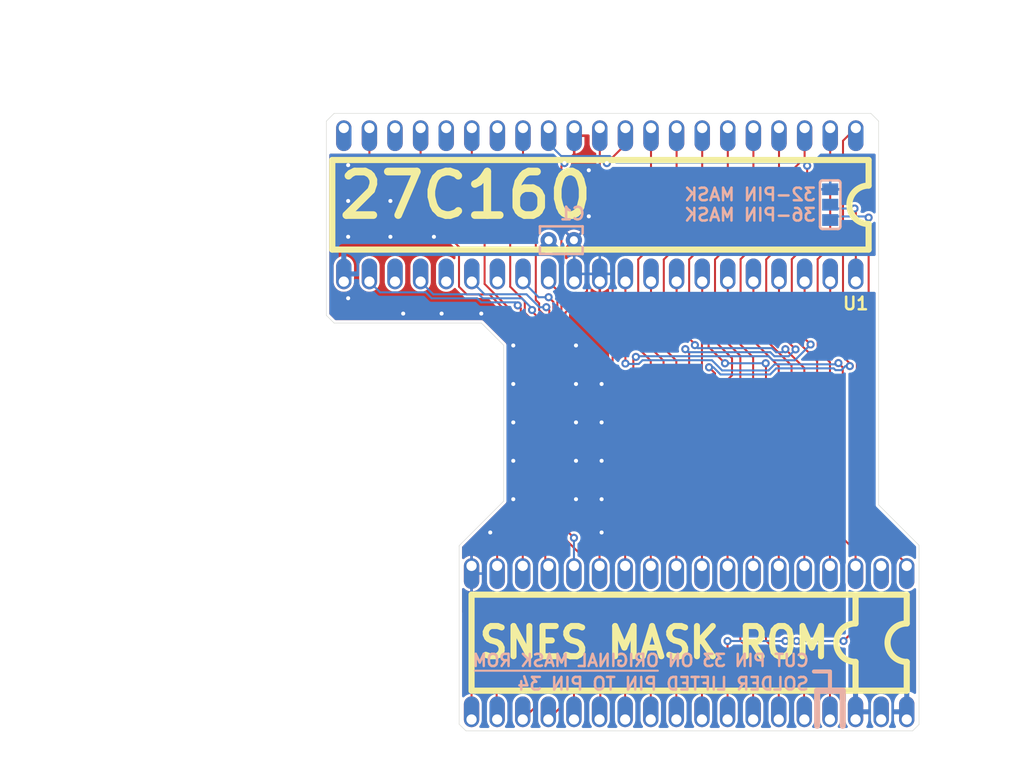
<source format=kicad_pcb>
(kicad_pcb (version 20240108) (generator "pcbnew") (generator_version "8.0")
  (layers (0 "F.Cu" signal) (31 "B.Cu" signal) (34 "B.Paste" user) (35 "F.Paste" user) (36 "B.SilkS" user "B.Silkscreen") (37 "F.SilkS" user "F.Silkscreen") (38 "B.Mask" user) (39 "F.Mask" user) (44 "Edge.Cuts" user))
  (net 0 "")
  (net 1 "VCC")
  (net 2 "GND")
  (net 3 "/~{OE}")
  (net 4 "Net-(JP1-C)")
  (net 5 "/A_{17}")
  (net 6 "/A_{15}")
  (net 7 "/A_{14}")
  (net 8 "/A_{19}")
  (net 9 "/D_{6}")
  (net 10 "/D_{2}")
  (net 11 "/A_{8}")
  (net 12 "unconnected-(P1-A21-Pad2)")
  (net 13 "/~{CE}")
  (net 14 "/D_{1}")
  (net 15 "/A_{3}")
  (net 16 "/A_{7}")
  (net 17 "/A_{5}")
  (net 18 "/D_{4}")
  (net 19 "/D_{0}")
  (net 20 "/A_{20}")
  (net 21 "/A_{6}")
  (net 22 "/A_{12}")
  (net 23 "/D_{3}")
  (net 24 "/A_{0}")
  (net 25 "/A_{10}")
  (net 26 "/A_{18}")
  (net 27 "/A_{4}")
  (net 28 "/A_{11}")
  (net 29 "/A_{16}")
  (net 31 "/A_{1}")
  (net 32 "/D_{5}")
  (net 33 "/A_{2}")
  (net 34 "/A_{9}")
  (net 35 "/A_{13}")
  (net 36 "/D_{7}")
  (footprint "Bucketmouse:PDIP_42_Offset_Pads" (layer "F.Cu") (at 162.3822 82.55)
    (property "Reference" "U1" (at 22.7076 11.7983 0) (layer "F.SilkS") (effects (font (size 1.25 1.25) (thickness 0.25) (bold yes)) (justify left bottom)))
    (property "Value" "27C160")
    (pad "1" thru_hole oval (at 24.13 -6.35 270) (size 3.048 1.524) (drill 1.016 (offset 0.762 0)) (layers "*.Cu" "*.Mask") (net 8 "/A_{19}"))
    (pad "2" thru_hole oval (at 21.59 -6.35 270) (size 3.048 1.524) (drill 1.016 (offset 0.762 0)) (layers "*.Cu" "*.Mask") (net 26 "/A_{18}"))
    (pad "3" thru_hole oval (at 19.05 -6.35 270) (size 3.048 1.524) (drill 1.016 (offset 0.762 0)) (layers "*.Cu" "*.Mask") (net 11 "/A_{8}"))
    (pad "4" thru_hole oval (at 16.51 -6.35 270) (size 3.048 1.524) (drill 1.016 (offset 0.762 0)) (layers "*.Cu" "*.Mask") (net 16 "/A_{7}"))
    (pad "5" thru_hole oval (at 13.97 -6.35 270) (size 3.048 1.524) (drill 1.016 (offset 0.762 0)) (layers "*.Cu" "*.Mask") (net 21 "/A_{6}"))
    (pad "6" thru_hole oval (at 11.43 -6.35 270) (size 3.048 1.524) (drill 1.016 (offset 0.762 0)) (layers "*.Cu" "*.Mask") (net 17 "/A_{5}"))
    (pad "7" thru_hole oval (at 8.89 -6.35 270) (size 3.048 1.524) (drill 1.016 (offset 0.762 0)) (layers "*.Cu" "*.Mask") (net 27 "/A_{4}"))
    (pad "8" thru_hole oval (at 6.35 -6.35 270) (size 3.048 1.524) (drill 1.016 (offset 0.762 0)) (layers "*.Cu" "*.Mask") (net 15 "/A_{3}"))
    (pad "9" thru_hole oval (at 3.81 -6.35 270) (size 3.048 1.524) (drill 1.016 (offset 0.762 0)) (layers "*.Cu" "*.Mask") (net 33 "/A_{2}"))
    (pad "10" thru_hole oval (at 1.27 -6.35 270) (size 3.048 1.524) (drill 1.016 (offset 0.762 0)) (layers "*.Cu" "*.Mask") (net 31 "/A_{1}"))
    (pad "11" thru_hole oval (at -1.27 -6.35 270) (size 3.048 1.524) (drill 1.016 (offset 0.762 0)) (layers "*.Cu" "*.Mask") (net 13 "/~{CE}"))
    (pad "12" thru_hole oval (at -3.81 -6.35 270) (size 3.048 1.524) (drill 1.016 (offset 0.762 0)) (layers "*.Cu" "*.Mask") (net 2 "GND"))
    (pad "13" thru_hole oval (at -6.35 -6.35 270) (size 3.048 1.524) (drill 1.016 (offset 0.762 0)) (layers "*.Cu" "*.Mask") (net 3 "/~{OE}"))
    (pad "14" thru_hole oval (at -8.89 -6.35 270) (size 3.048 1.524) (drill 1.016 (offset 0.762 0)) (layers "*.Cu" "*.Mask") (net 19 "/D_{0}"))
    (pad "15" thru_hole oval (at -11.43 -6.35 270) (size 3.048 1.524) (drill 1.016 (offset 0.762 0)) (layers "*.Cu" "*.Mask"))
    (pad "16" thru_hole oval (at -13.97 -6.35 270) (size 3.048 1.524) (drill 1.016 (offset 0.762 0)) (layers "*.Cu" "*.Mask") (net 14 "/D_{1}"))
    (pad "17" thru_hole oval (at -16.51 -6.35 270) (size 3.048 1.524) (drill 1.016 (offset 0.762 0)) (layers "*.Cu" "*.Mask"))
    (pad "18" thru_hole oval (at -19.05 -6.35 270) (size 3.048 1.524) (drill 1.016 (offset 0.762 0)) (layers "*.Cu" "*.Mask") (net 10 "/D_{2}"))
    (pad "19" thru_hole oval (at -21.59 -6.35 270) (size 3.048 1.524) (drill 1.016 (offset 0.762 0)) (layers "*.Cu" "*.Mask"))
    (pad "20" thru_hole oval (at -24.13 -6.35 270) (size 3.048 1.524) (drill 1.016 (offset 0.762 0)) (layers "*.Cu" "*.Mask") (net 23 "/D_{3}"))
    (pad "21" thru_hole oval (at -26.67 -6.35 270) (size 3.048 1.524) (drill 1.016 (offset 0.762 0)) (layers "*.Cu" "*.Mask"))
    (pad "22" thru_hole oval (at -26.67 8.89 90) (size 3.048 1.524) (drill 1.016 (offset 0.762 0)) (layers "*.Cu" "*.Mask") (net 1 "VCC"))
    (pad "23" thru_hole oval (at -24.13 8.89 90) (size 3.048 1.524) (drill 1.016 (offset 0.762 0)) (layers "*.Cu" "*.Mask") (net 18 "/D_{4}"))
    (pad "24" thru_hole oval (at -21.59 8.89 90) (size 3.048 1.524) (drill 1.016 (offset 0.762 0)) (layers "*.Cu" "*.Mask"))
    (pad "25" thru_hole oval (at -19.05 8.89 90) (size 3.048 1.524) (drill 1.016 (offset 0.762 0)) (layers "*.Cu" "*.Mask") (net 32 "/D_{5}"))
    (pad "26" thru_hole oval (at -16.51 8.89 90) (size 3.048 1.524) (drill 1.016 (offset 0.762 0)) (layers "*.Cu" "*.Mask"))
    (pad "27" thru_hole oval (at -13.97 8.89 90) (size 3.048 1.524) (drill 1.016 (offset 0.762 0)) (layers "*.Cu" "*.Mask") (net 9 "/D_{6}"))
    (pad "28" thru_hole oval (at -11.43 8.89 90) (size 3.048 1.524) (drill 1.016 (offset 0.762 0)) (layers "*.Cu" "*.Mask"))
    (pad "29" thru_hole oval (at -8.89 8.89 90) (size 3.048 1.524) (drill 1.016 (offset 0.762 0)) (layers "*.Cu" "*.Mask") (net 36 "/D_{7}"))
    (pad "30" thru_hole oval (at -6.35 8.89 90) (size 3.048 1.524) (drill 1.016 (offset 0.762 0)) (layers "*.Cu" "*.Mask") (net 24 "/A_{0}"))
    (pad "31" thru_hole oval (at -3.81 8.89 90) (size 3.048 1.524) (drill 1.016 (offset 0.762 0)) (layers "*.Cu" "*.Mask") (net 2 "GND"))
    (pad "32" thru_hole oval (at -1.27 8.89 90) (size 3.048 1.524) (drill 1.016 (offset 0.762 0)) (layers "*.Cu" "*.Mask") (net 2 "GND"))
    (pad "33" thru_hole oval (at 1.27 8.89 90) (size 3.048 1.524) (drill 1.016 (offset 0.762 0)) (layers "*.Cu" "*.Mask") (net 5 "/A_{17}"))
    (pad "34" thru_hole oval (at 3.81 8.89 90) (size 3.048 1.524) (drill 1.016 (offset 0.762 0)) (layers "*.Cu" "*.Mask") (net 29 "/A_{16}"))
    (pad "35" thru_hole oval (at 6.35 8.89 90) (size 3.048 1.524) (drill 1.016 (offset 0.762 0)) (layers "*.Cu" "*.Mask") (net 6 "/A_{15}"))
    (pad "36" thru_hole oval (at 8.89 8.89 90) (size 3.048 1.524) (drill 1.016 (offset 0.762 0)) (layers "*.Cu" "*.Mask") (net 7 "/A_{14}"))
    (pad "37" thru_hole oval (at 11.43 8.89 90) (size 3.048 1.524) (drill 1.016 (offset 0.762 0)) (layers "*.Cu" "*.Mask") (net 35 "/A_{13}"))
    (pad "38" thru_hole oval (at 13.97 8.89 90) (size 3.048 1.524) (drill 1.016 (offset 0.762 0)) (layers "*.Cu" "*.Mask") (net 22 "/A_{12}"))
    (pad "39" thru_hole oval (at 16.51 8.89 90) (size 3.048 1.524) (drill 1.016 (offset 0.762 0)) (layers "*.Cu" "*.Mask") (net 28 "/A_{11}"))
    (pad "40" thru_hole oval (at 19.05 8.89 90) (size 3.048 1.524) (drill 1.016 (offset 0.762 0)) (layers "*.Cu" "*.Mask") (net 25 "/A_{10}"))
    (pad "41" thru_hole oval (at 21.59 8.89 90) (size 3.048 1.524) (drill 1.016 (offset 0.762 0)) (layers "*.Cu" "*.Mask") (net 34 "/A_{9}"))
    (pad "42" thru_hole oval (at 24.13 8.89 90) (size 3.048 1.524) (drill 1.016 (offset 0.762 0)) (layers "*.Cu" "*.Mask") (net 4 "Net-(JP1-C)"))
  )
  (footprint "Bucketmouse:36-PDIP" (layer "F.Cu") (at 169.9768 127.2667)
    (property "Reference" "P1" (hide yes))
    (property "Value" "29F016")
    (pad "1" thru_hole oval (at 21.59 -7.62 270) (size 3.048 1.524) (drill 1.016 (offset 0.762 0)) (layers "*.Cu" "*.Mask") (net 20 "/A_{20}"))
    (pad "2" thru_hole oval (at 19.05 -7.62 270) (size 3.048 1.524) (drill 1.016 (offset 0.762 0)) (layers "*.Cu" "*.Mask") (net 12 "unconnected-(P1-A21-Pad2)"))
    (pad "3" thru_hole oval (at 16.51 -7.62 270) (size 3.048 1.524) (drill 1.016 (offset 0.762 0)) (layers "*.Cu" "*.Mask") (net 5 "/A_{17}"))
    (pad "4" thru_hole oval (at 13.97 -7.62 270) (size 3.048 1.524) (drill 1.016 (offset 0.762 0)) (layers "*.Cu" "*.Mask") (net 26 "/A_{18}"))
    (pad "5" thru_hole oval (at 11.43 -7.62 270) (size 3.048 1.524) (drill 1.016 (offset 0.762 0)) (layers "*.Cu" "*.Mask") (net 6 "/A_{15}"))
    (pad "6" thru_hole oval (at 8.89 -7.62 270) (size 3.048 1.524) (drill 1.016 (offset 0.762 0)) (layers "*.Cu" "*.Mask") (net 22 "/A_{12}"))
    (pad "7" thru_hole oval (at 6.35 -7.62 270) (size 3.048 1.524) (drill 1.016 (offset 0.762 0)) (layers "*.Cu" "*.Mask") (net 16 "/A_{7}"))
    (pad "8" thru_hole oval (at 3.81 -7.62 270) (size 3.048 1.524) (drill 1.016 (offset 0.762 0)) (layers "*.Cu" "*.Mask") (net 21 "/A_{6}"))
    (pad "9" thru_hole oval (at 1.27 -7.62 270) (size 3.048 1.524) (drill 1.016 (offset 0.762 0)) (layers "*.Cu" "*.Mask") (net 17 "/A_{5}"))
    (pad "10" thru_hole oval (at -1.27 -7.62 270) (size 3.048 1.524) (drill 1.016 (offset 0.762 0)) (layers "*.Cu" "*.Mask") (net 27 "/A_{4}"))
    (pad "11" thru_hole oval (at -3.81 -7.62 270) (size 3.048 1.524) (drill 1.016 (offset 0.762 0)) (layers "*.Cu" "*.Mask") (net 15 "/A_{3}"))
    (pad "12" thru_hole oval (at -6.35 -7.62 270) (size 3.048 1.524) (drill 1.016 (offset 0.762 0)) (layers "*.Cu" "*.Mask") (net 33 "/A_{2}"))
    (pad "13" thru_hole oval (at -8.89 -7.62 270) (size 3.048 1.524) (drill 1.016 (offset 0.762 0)) (layers "*.Cu" "*.Mask") (net 31 "/A_{1}"))
    (pad "14" thru_hole oval (at -11.43 -7.62 270) (size 3.048 1.524) (drill 1.016 (offset 0.762 0)) (layers "*.Cu" "*.Mask") (net 24 "/A_{0}"))
    (pad "15" thru_hole oval (at -13.97 -7.62 270) (size 3.048 1.524) (drill 1.016 (offset 0.762 0)) (layers "*.Cu" "*.Mask") (net 19 "/D_{0}"))
    (pad "16" thru_hole oval (at -16.51 -7.62 270) (size 3.048 1.524) (drill 1.016 (offset 0.762 0)) (layers "*.Cu" "*.Mask") (net 14 "/D_{1}"))
    (pad "17" thru_hole oval (at -19.05 -7.62 270) (size 3.048 1.524) (drill 1.016 (offset 0.762 0)) (layers "*.Cu" "*.Mask") (net 10 "/D_{2}"))
    (pad "18" thru_hole oval (at -21.59 -7.62 270) (size 3.048 1.524) (drill 1.016 (offset 0.762 0)) (layers "*.Cu" "*.Mask") (net 2 "GND"))
    (pad "19" thru_hole oval (at -21.59 7.62 90) (size 3.048 1.524) (drill 1.016 (offset 0.762 0)) (layers "*.Cu" "*.Mask") (net 23 "/D_{3}"))
    (pad "20" thru_hole oval (at -19.05 7.62 90) (size 3.048 1.524) (drill 1.016 (offset 0.762 0)) (layers "*.Cu" "*.Mask") (net 18 "/D_{4}"))
    (pad "21" thru_hole oval (at -16.51 7.62 90) (size 3.048 1.524) (drill 1.016 (offset 0.762 0)) (layers "*.Cu" "*.Mask") (net 32 "/D_{5}"))
    (pad "22" thru_hole oval (at -13.97 7.62 90) (size 3.048 1.524) (drill 1.016 (offset 0.762 0)) (layers "*.Cu" "*.Mask") (net 9 "/D_{6}"))
    (pad "23" thru_hole oval (at -11.43 7.62 90) (size 3.048 1.524) (drill 1.016 (offset 0.762 0)) (layers "*.Cu" "*.Mask") (net 36 "/D_{7}"))
    (pad "24" thru_hole oval (at -8.89 7.62 90) (size 3.048 1.524) (drill 1.016 (offset 0.762 0)) (layers "*.Cu" "*.Mask") (net 13 "/~{CE}"))
    (pad "25" thru_hole oval (at -6.35 7.62 90) (size 3.048 1.524) (drill 1.016 (offset 0.762 0)) (layers "*.Cu" "*.Mask") (net 25 "/A_{10}"))
    (pad "26" thru_hole oval (at -3.81 7.62 90) (size 3.048 1.524) (drill 1.016 (offset 0.762 0)) (layers "*.Cu" "*.Mask") (net 29 "/A_{16}"))
    (pad "27" thru_hole oval (at -1.27 7.62 90) (size 3.048 1.524) (drill 1.016 (offset 0.762 0)) (layers "*.Cu" "*.Mask") (net 28 "/A_{11}"))
    (pad "28" thru_hole oval (at 1.27 7.62 90) (size 3.048 1.524) (drill 1.016 (offset 0.762 0)) (layers "*.Cu" "*.Mask") (net 34 "/A_{9}"))
    (pad "29" thru_hole oval (at 3.81 7.62 90) (size 3.048 1.524) (drill 1.016 (offset 0.762 0)) (layers "*.Cu" "*.Mask") (net 11 "/A_{8}"))
    (pad "30" thru_hole oval (at 6.35 7.62 90) (size 3.048 1.524) (drill 1.016 (offset 0.762 0)) (layers "*.Cu" "*.Mask") (net 35 "/A_{13}"))
    (pad "31" thru_hole oval (at 8.89 7.62 90) (size 3.048 1.524) (drill 1.016 (offset 0.762 0)) (layers "*.Cu" "*.Mask") (net 7 "/A_{14}"))
    (pad "32" thru_hole oval (at 11.43 7.62 90) (size 3.048 1.524) (drill 1.016 (offset 0.762 0)) (layers "*.Cu" "*.Mask") (net 8 "/A_{19}"))
    (pad "33" thru_hole oval (at 13.97 7.62 90) (size 3.048 1.524) (drill 1.016 (offset 0.762 0)) (layers "*.Cu" "*.Mask") (net 3 "/~{OE}"))
    (pad "34" thru_hole oval (at 16.51 7.62 90) (size 3.048 1.524) (drill 1.016 (offset 0.762 0)) (layers "*.Cu" "*.Mask") (net 1 "VCC"))
    (pad "35" thru_hole oval (at 19.05 7.62 90) (size 3.048 1.524) (drill 1.016 (offset 0.762 0)) (layers "*.Cu" "*.Mask"))
    (pad "36" thru_hole oval (at 21.59 7.62 90) (size 3.048 1.524) (drill 1.016 (offset 0.762 0)) (layers "*.Cu" "*.Mask") (net 1 "VCC"))
  )
  (footprint "Bucketmouse:SJ_2" (layer "B.Cu") (at 183.9722 83.8073 -90)
    (property "Reference" "JP1" (hide yes))
    (property "Value" "Jumper_3_Open")
    (pad "1" smd rect (at -1.524 0 270) (size 1.1684 1.6002) (layers "B.Cu" "B.Paste" "B.Mask") (net 2 "GND"))
    (pad "2" smd rect (at 0 0 270) (size 1.1684 1.6002) (layers "B.Cu" "B.Paste" "B.Mask") (net 4 "Net-(JP1-C)"))
    (pad "3" smd rect (at 1.524 0 270) (size 1.1684 1.6002) (layers "B.Cu" "B.Paste" "B.Mask") (net 20 "/A_{20}"))
  )
  (footprint "Bucketmouse:C_THT" (layer "B.Cu") (at 156.0404 87.3283)
    (property "Reference" "C1" (at 2.354 -2.632 0) (layer "B.SilkS") (effects (font (size 1.25 1.25) (thickness 0.25) (bold yes)) (justify mirror)))
    (property "Value" "C" (hide yes))
    (pad "1" thru_hole circle (at 0 0) (size 1.6 1.6) (drill 0.8) (layers "*.Cu" "*.Mask") (net 1 "VCC"))
    (pad "2" thru_hole circle (at 2.5 0) (size 1.6 1.6) (drill 0.8) (layers "*.Cu" "*.Mask") (net 2 "GND"))
  )
  (gr_line (start 183.9468 132.0292) (end 182.6768 132.0292) (stroke (width 0.6096)) (layer "B.SilkS"))
  (gr_line (start 183.9468 130.1242) (end 183.9468 132.0292) (stroke (width 0.4064)) (layer "B.SilkS"))
  (gr_line (start 148.717 130.048) (end 166.878 130.048) (stroke (width 0.2)) (layer "B.SilkS"))
  (gr_line (start 185.2168 135.509) (end 185.2168 132.0292) (stroke (width 0.6096)) (layer "B.SilkS"))
  (gr_line (start 182.6768 132.0292) (end 182.6768 135.509) (stroke (width 0.6096)) (layer "B.SilkS"))
  (gr_line (start 185.2168 132.0292) (end 183.9468 132.0292) (stroke (width 0.6096)) (layer "B.SilkS"))
  (gr_line (start 182.3593 130.1242) (end 183.9468 130.1242) (stroke (width 0.4064)) (layer "B.SilkS"))
  (gr_line (start 148.3868 132.0292) (end 191.5668 132.0292) (stroke (width 0.6096)) (layer "F.SilkS"))
  (gr_line (start 148.3868 122.5042) (end 191.5668 122.5042) (stroke (width 0.6096)) (layer "F.SilkS"))
  (gr_arc (start 186.4868 129.1717) (mid 184.5818 127.2667) (end 186.4868 125.3617) (stroke (width 0.6096)) (layer "F.SilkS"))
  (gr_line (start 186.4868 122.5042) (end 186.4868 125.3617) (stroke (width 0.6096)) (layer "F.SilkS"))
  (gr_line (start 186.4868 129.1717) (end 186.4868 132.0292) (stroke (width 0.6096)) (layer "F.SilkS"))
  (gr_line (start 191.5668 122.5042) (end 191.5668 125.3617) (stroke (width 0.6096)) (layer "F.SilkS"))
  (gr_arc (start 191.5668 129.1717) (mid 189.6618 127.2667) (end 191.5668 125.3617) (stroke (width 0.6096)) (layer "F.SilkS"))
  (gr_line (start 148.3868 122.5042) (end 148.3868 132.0292) (stroke (width 0.6096)) (layer "F.SilkS"))
  (gr_line (start 191.5668 129.1717) (end 191.5668 132.0292) (stroke (width 0.6096)) (layer "F.SilkS"))
  (gr_line (start 147.154735 117.716461) (end 147.154735 135.3566) (stroke (width 0.05)) (layer "Edge.Cuts"))
  (gr_line (start 147.828 136.017) (end 192.151 136.017) (stroke (width 0.05)) (layer "Edge.Cuts"))
  (gr_line (start 192.786 117.602) (end 188.7728 113.5888) (stroke (width 0.05)) (layer "Edge.Cuts"))
  (gr_line (start 188.7728 75.5396) (end 188.7728 75.5142) (stroke (width 0.05)) (layer "Edge.Cuts"))
  (gr_line (start 188.0108 74.7522) (end 188.7728 75.5142) (stroke (width 0.05)) (layer "Edge.Cuts"))
  (gr_line (start 133.985 75.5142) (end 133.985 94.7928) (stroke (width 0.05)) (layer "Edge.Cuts"))
  (gr_line (start 133.985 75.5142) (end 134.747 74.7522) (stroke (width 0.05)) (layer "Edge.Cuts"))
  (gr_line (start 134.747 74.7522) (end 188.0108 74.7522) (stroke (width 0.05)) (layer "Edge.Cuts"))
  (gr_line (start 188.7728 113.5888) (end 188.7728 75.5396) (stroke (width 0.05)) (layer "Edge.Cuts"))
  (gr_line (start 147.154735 135.3566) (end 147.828 136.017) (stroke (width 0.05)) (layer "Edge.Cuts"))
  (gr_line (start 133.985 94.7928) (end 134.747 95.5548) (stroke (width 0.05)) (layer "Edge.Cuts"))
  (gr_line (start 151.5618 113.2332) (end 151.5618 97.7392) (stroke (width 0.05)) (layer "Edge.Cuts"))
  (gr_line (start 147.154735 117.640265) (end 151.5618 113.2332) (stroke (width 0.05)) (layer "Edge.Cuts"))
  (gr_line (start 151.5618 97.7392) (end 149.3647 95.5548) (stroke (width 0.05)) (layer "Edge.Cuts"))
  (gr_line (start 192.786 135.382) (end 192.786 117.602) (stroke (width 0.05)) (layer "Edge.Cuts"))
  (gr_line (start 192.151 136.017) (end 192.786 135.382) (stroke (width 0.05)) (layer "Edge.Cuts"))
  (gr_line (start 147.154735 117.640265) (end 147.154735 117.716461) (stroke (width 0.05)) (layer "Edge.Cuts"))
  (gr_line (start 149.3647 95.5548) (end 134.747 95.5548) (stroke (width 0.05)) (layer "Edge.Cuts"))
  (gr_text "32-PIN MASK\n36-PIN MASK" (at 176.022 83.8073 0) (layer "B.SilkS") (effects (font (size 1.25 1.25) (thickness 0.25) (bold yes)) (justify mirror)))
  (gr_text "CUT PIN 33 ON ORIGINAL MASK ROM\n" (at 181.991 129.032 0) (layer "B.SilkS") (effects (font (size 1.2 1.2) (thickness 0.25) (bold yes)) (justify left mirror)))
  (gr_text "SOLDER LIFTED PIN TO PIN 34" (at 181.991 132.08 0) (layer "B.SilkS") (effects (font (size 1.25 1.25) (thickness 0.25) (bold yes)) (justify left bottom mirror)))
  (gr_text "27C160" (at 134.8486 85.4075 0) (layer "F.SilkS") (effects (font (size 4.318 4.318) (thickness 0.762)) (justify left bottom)))
  (gr_text "SNES MASK ROM" (at 166.497 127.254 0) (layer "F.SilkS") (effects (font (size 3 2.75) (thickness 0.6) (bold yes))))
  (segment (start 186.4868 133.2992) (end 186.4868 134.8867) (width 0.5) (layer "B.Cu") (net 1))
  (segment (start 135.7122 91.44) (end 135.7122 90.8685) (width 0.2) (layer "B.Cu") (net 1))
  (segment (start 191.5668 133.35) (end 191.5668 134.8867) (width 0.5) (layer "B.Cu") (net 1))
  (segment (start 135.7122 90.678) (end 135.7122 91.44) (width 0.5) (layer "B.Cu") (net 1))
  (via (at 145.415 94.615) (size 0.8) (drill 0.4) (layers "F.Cu" "B.Cu") (net 2))
  (via (at 150.241 116.332) (size 0.8) (drill 0.4) (layers "F.Cu" "B.Cu") (net 2))
  (via (at 136.144 79.883) (size 0.8) (drill 0.4) (layers "F.Cu" "B.Cu") (net 2))
  (via (at 152.527 109.22) (size 0.8) (drill 0.4) (layers "F.Cu" "B.Cu") (net 2))
  (via (at 149.352 94.615) (size 0.8) (drill 0.4) (layers "F.Cu" "B.Cu") (net 2))
  (via (at 136.144 83.439) (size 0.8) (drill 0.4) (layers "F.Cu" "B.Cu") (net 2))
  (via (at 158.75 101.6) (size 0.8) (drill 0.4) (layers "F.Cu" "B.Cu") (net 2))
  (via (at 141.605 94.615) (size 0.8) (drill 0.4) (layers "F.Cu" "B.Cu") (net 2))
  (via (at 160.02 80.391) (size 0.8) (drill 0.4) (layers "F.Cu" "B.Cu") (net 2))
  (via (at 161.29 113.03) (size 0.8) (drill 0.4) (layers "F.Cu" "B.Cu") (net 2))
  (via (at 161.29 116.332) (size 0.8) (drill 0.4) (layers "F.Cu" "B.Cu") (net 2))
  (via (at 161.29 101.6) (size 0.8) (drill 0.4) (layers "F.Cu" "B.Cu") (net 2))
  (via (at 152.527 101.6) (size 0.8) (drill 0.4) (layers "F.Cu" "B.Cu") (net 2))
  (via (at 158.75 105.41) (size 0.8) (drill 0.4) (layers "F.Cu" "B.Cu") (net 2))
  (via (at 140.335 83.439) (size 0.8) (drill 0.4) (layers "F.Cu" "B.Cu") (net 2))
  (via (at 152.525769 97.7766) (size 0.8) (drill 0.4) (layers "F.Cu" "B.Cu") (net 2))
  (via (at 152.527 105.41) (size 0.8) (drill 0.4) (layers "F.Cu" "B.Cu") (net 2))
  (via (at 161.29 109.22) (size 0.8) (drill 0.4) (layers "F.Cu" "B.Cu") (net 2))
  (via (at 158.75 109.22) (size 0.8) (drill 0.4) (layers "F.Cu" "B.Cu") (net 2))
  (via (at 158.75 113.03) (size 0.8) (drill 0.4) (layers "F.Cu" "B.Cu") (net 2))
  (via (at 161.29 105.41) (size 0.8) (drill 0.4) (layers "F.Cu" "B.Cu") (net 2))
  (via (at 160.02 84.963) (size 0.8) (drill 0.4) (layers "F.Cu" "B.Cu") (net 2))
  (via (at 136.144 86.995) (size 0.8) (drill 0.4) (layers "F.Cu" "B.Cu") (net 2))
  (via (at 136.144 93.091) (size 0.8) (drill 0.4) (layers "F.Cu" "B.Cu") (net 2))
  (via (at 158.748769 97.7766) (size 0.8) (drill 0.4) (layers "F.Cu" "B.Cu") (net 2))
  (via (at 144.653 86.995) (size 0.8) (drill 0.4) (layers "F.Cu" "B.Cu") (net 2))
  (via (at 140.335 86.995) (size 0.8) (drill 0.4) (layers "F.Cu" "B.Cu") (net 2))
  (via (at 152.527 113.03) (size 0.8) (drill 0.4) (layers "F.Cu" "B.Cu") (net 2))
  (segment (start 180.1622 89.2175) (end 180.1622 96.80397) (width 0.2) (layer "F.Cu") (net 3))
  (segment (start 183.9468 128.2954) (end 183.9468 134.8867) (width 0.2) (layer "F.Cu") (net 3))
  (segment (start 182.6768 127.0254) (end 183.9468 128.2954) (width 0.2) (layer "F.Cu") (net 3))
  (segment (start 182.6768 99.31857) (end 182.6768 127.0254) (width 0.2) (layer "F.Cu") (net 3))
  (segment (start 181.6862 87.6935) (end 180.1622 89.2175) (width 0.2) (layer "F.Cu") (net 3))
  (segment (start 181.6862 79.9465) (end 181.6862 87.6935) (width 0.2) (layer "F.Cu") (net 3))
  (segment (start 180.1622 96.80397) (end 182.6768 99.31857) (width 0.2) (layer "F.Cu") (net 3))
  (via (at 181.6862 79.9465) (size 0.8) (drill 0.4) (layers "F.Cu" "B.Cu") (net 3))
  (segment (start 181.3687 79.629) (end 162.74985 79.629) (width 0.2) (layer "B.Cu") (net 3))
  (segment (start 162.10215 78.9813) (end 157.2768 78.9813) (width 0.2) (layer "B.Cu") (net 3))
  (segment (start 157.2768 78.9813) (end 156.0322 77.7367) (width 0.2) (layer "B.Cu") (net 3))
  (segment (start 181.6862 79.9465) (end 181.3687 79.629) (width 0.2) (layer "B.Cu") (net 3))
  (segment (start 162.74985 79.629) (end 162.10215 78.9813) (width 0.2) (layer "B.Cu") (net 3))
  (segment (start 156.0322 77.7367) (end 156.0322 76.2) (width 0.2) (layer "B.Cu") (net 3))
  (segment (start 186.5122 84.3153) (end 186.5122 91.44) (width 0.2) (layer "F.Cu") (net 4))
  (segment (start 186.3852 84.1883) (end 186.5122 84.3153) (width 0.2) (layer "F.Cu") (net 4))
  (via (at 186.3852 84.1883) (size 0.8) (drill 0.4) (layers "F.Cu" "B.Cu") (net 4))
  (segment (start 184.3532 84.1883) (end 183.9722 83.8073) (width 0.2) (layer "B.Cu") (net 4))
  (segment (start 186.3852 84.1883) (end 184.3532 84.1883) (width 0.2) (layer "B.Cu") (net 4))
  (segment (start 185.2168 99.955374) (end 185.2168 116.8908) (width 0.2) (layer "F.Cu") (net 5))
  (segment (start 186.4868 118.1608) (end 186.4868 119.6467) (width 0.2) (layer "F.Cu") (net 5))
  (segment (start 163.6522 99.568) (end 163.6522 91.44) (width 0.2) (layer "F.Cu") (net 5))
  (segment (start 185.2168 116.8908) (end 186.4868 118.1608) (width 0.2) (layer "F.Cu") (net 5))
  (segment (start 184.786031 99.524605) (end 185.2168 99.955374) (width 0.2) (layer "F.Cu") (net 5))
  (via (at 163.6522 99.568) (size 0.8) (drill 0.4) (layers "F.Cu" "B.Cu") (net 5))
  (via (at 184.786031 99.524605) (size 0.8) (drill 0.4) (layers "F.Cu" "B.Cu") (net 5))
  (segment (start 165.349806 99.2426) (end 164.981656 99.61075) (width 0.2) (layer "B.Cu") (net 5))
  (segment (start 173.2534 100.2538) (end 172.2422 99.2426) (width 0.2) (layer "B.Cu") (net 5))
  (segment (start 184.786031 99.524605) (end 184.663945 99.646691) (width 0.2) (layer "B.Cu") (net 5))
  (segment (start 177.85015 100.2538) (end 173.2534 100.2538) (width 0.2) (layer "B.Cu") (net 5))
  (segment (start 178.457259 99.646691) (end 177.85015 100.2538) (width 0.2) (layer "B.Cu") (net 5))
  (segment (start 164.981656 99.61075) (end 163.69495 99.61075) (width 0.2) (layer "B.Cu") (net 5))
  (segment (start 172.2422 99.2426) (end 165.349806 99.2426) (width 0.2) (layer "B.Cu") (net 5))
  (segment (start 184.663945 99.646691) (end 178.457259 99.646691) (width 0.2) (layer "B.Cu") (net 5))
  (segment (start 163.69495 99.61075) (end 163.6522 99.568) (width 0.2) (layer "B.Cu") (net 5))
  (segment (start 170.5468 97.6488) (end 170.5468 97.7426) (width 0.2) (layer "F.Cu") (net 6))
  (segment (start 168.7322 95.8342) (end 170.5468 97.6488) (width 0.2) (layer "F.Cu") (net 6))
  (segment (start 179.52502 98.146691) (end 181.4068 100.028471) (width 0.2) (layer "F.Cu") (net 6))
  (segment (start 181.4068 100.028471) (end 181.4068 119.6467) (width 0.2) (layer "F.Cu") (net 6))
  (segment (start 168.7322 91.44) (end 168.7322 95.8342) (width 0.2) (layer "F.Cu") (net 6))
  (via (at 170.5468 97.7426) (size 0.8) (drill 0.4) (layers "F.Cu" "B.Cu") (net 6))
  (via (at 179.52502 98.146691) (size 0.8) (drill 0.4) (layers "F.Cu" "B.Cu") (net 6))
  (segment (start 178.596813 98.446691) (end 178.192722 98.0426) (width 0.2) (layer "B.Cu") (net 6))
  (segment (start 178.192722 98.0426) (end 170.8468 98.0426) (width 0.2) (layer "B.Cu") (net 6))
  (segment (start 179.52502 98.146691) (end 179.22502 98.446691) (width 0.2) (layer "B.Cu") (net 6))
  (segment (start 170.8468 98.0426) (end 170.5468 97.7426) (width 0.2) (layer "B.Cu") (net 6))
  (segment (start 179.22502 98.446691) (end 178.596813 98.446691) (width 0.2) (layer "B.Cu") (net 6))
  (segment (start 177.5714 99.5426) (end 177.5968 99.568) (width 0.2) (layer "F.Cu") (net 7))
  (segment (start 171.2722 95.8342) (end 171.2722 91.44) (width 0.2) (layer "F.Cu") (net 7))
  (segment (start 171.9072 96.4692) (end 171.2722 95.8342) (width 0.2) (layer "F.Cu") (net 7))
  (segment (start 171.9072 97.917651) (end 171.9072 96.4692) (width 0.2) (layer "F.Cu") (net 7))
  (segment (start 173.532149 99.5426) (end 171.9072 97.917651) (width 0.2) (layer "F.Cu") (net 7))
  (segment (start 177.5968 127.0508) (end 178.8668 128.3208) (width 0.2) (layer "F.Cu") (net 7))
  (segment (start 177.5968 99.568) (end 177.5968 127.0508) (width 0.2) (layer "F.Cu") (net 7))
  (segment (start 178.8668 128.3208) (end 178.8668 134.8867) (width 0.2) (layer "F.Cu") (net 7))
  (via (at 173.532149 99.5426) (size 0.8) (drill 0.4) (layers "F.Cu" "B.Cu") (net 7))
  (via (at 177.5714 99.5426) (size 0.8) (drill 0.4) (layers "F.Cu" "B.Cu") (net 7))
  (segment (start 173.532149 99.5426) (end 177.5714 99.5426) (width 0.2) (layer "B.Cu") (net 7))
  (segment (start 181.3814 134.8613) (end 181.4068 134.8867) (width 0.2) (layer "F.Cu") (net 8))
  (segment (start 186.6168 98.9868) (end 185.2422 97.6122) (width 0.2) (layer "F.Cu") (net 8))
  (segment (start 187.7568 118.0084) (end 186.6168 116.8684) (width 0.2) (layer "F.Cu") (net 8))
  (segment (start 185.2422 77.47) (end 186.5122 76.2) (width 0.2) (layer "F.Cu") (net 8))
  (segment (start 181.3814 127.8382) (end 181.3814 134.8613) (width 0.2) (layer "F.Cu") (net 8))
  (segment (start 187.7568 124.6378) (end 187.7568 118.0084) (width 0.2) (layer "F.Cu") (net 8))
  (segment (start 186.6168 116.8684) (end 186.6168 98.9868) (width 0.2) (layer "F.Cu") (net 8))
  (segment (start 185.2422 97.6122) (end 185.2422 77.47) (width 0.2) (layer "F.Cu") (net 8))
  (segment (start 180.6448 127.1016) (end 181.3814 127.8382) (width 0.2) (layer "F.Cu") (net 8))
  (segment (start 185.293 127.1016) (end 187.7568 124.6378) (width 0.2) (layer "F.Cu") (net 8))
  (via (at 180.6448 127.1016) (size 0.8) (drill 0.4) (layers "F.Cu" "B.Cu") (net 8))
  (via (at 185.293 127.1016) (size 0.8) (drill 0.4) (layers "F.Cu" "B.Cu") (net 8))
  (segment (start 180.6448 127.1016) (end 185.293 127.1016) (width 0.2) (layer "B.Cu") (net 8))
  (segment (start 156.1022 94.280857) (end 156.1022 115.977086) (width 0.2) (layer "F.Cu") (net 9))
  (segment (start 157.2768 117.151686) (end 157.2768 133.6167) (width 0.2) (layer "F.Cu") (net 9))
  (segment (start 156.1022 115.977086) (end 157.2768 117.151686) (width 0.2) (layer "F.Cu") (net 9))
  (segment (start 155.8022 93.980857) (end 156.1022 94.280857) (width 0.2) (layer "F.Cu") (net 9))
  (segment (start 157.2768 133.6167) (end 156.0068 134.8867) (width 0.2) (layer "F.Cu") (net 9))
  (via (at 155.8022 93.980857) (size 0.8) (drill 0.4) (layers "F.Cu" "B.Cu") (net 9))
  (segment (start 155.118657 93.980857) (end 153.8351 92.6973) (width 0.2) (layer "B.Cu") (net 9))
  (segment (start 153.8351 92.6973) (end 149.6695 92.6973) (width 0.2) (layer "B.Cu") (net 9))
  (segment (start 149.6695 92.6973) (end 148.4122 91.44) (width 0.2) (layer "B.Cu") (net 9))
  (segment (start 155.8022 93.980857) (end 155.118657 93.980857) (width 0.2) (layer "B.Cu") (net 9))
  (segment (start 149.6822 91.671895) (end 149.6822 85.4583) (width 0.2) (layer "F.Cu") (net 10))
  (segment (start 154.1022 96.091895) (end 149.6822 91.671895) (width 0.2) (layer "F.Cu") (net 10))
  (segment (start 143.3322 79.1083) (end 143.3322 76.2) (width 0.2) (layer "F.Cu") (net 10))
  (segment (start 149.6822 85.4583) (end 143.3322 79.1083) (width 0.2) (layer "F.Cu") (net 10))
  (segment (start 154.1022 115.1378) (end 154.1022 96.091895) (width 0.2) (layer "F.Cu") (net 10))
  (segment (start 150.9268 119.6467) (end 150.9268 118.3132) (width 0.2) (layer "F.Cu") (net 10))
  (segment (start 150.9268 118.3132) (end 154.1022 115.1378) (width 0.2) (layer "F.Cu") (net 10))
  (segment (start 180.1368 126.492) (end 180.1368 99.7712) (width 0.2) (layer "F.Cu") (net 11))
  (segment (start 177.6222 97.2566) (end 177.6222 89.2429) (width 0.2) (layer "F.Cu") (net 11))
  (segment (start 180.213 80.3783) (end 181.4322 79.1591) (width 0.2) (layer "F.Cu") (net 11))
  (segment (start 173.7868 134.8867) (end 173.7868 127.1016) (width 0.2) (layer "F.Cu") (net 11))
  (segment (start 179.5272 127.1016) (end 180.1368 126.492) (width 0.2) (layer "F.Cu") (net 11))
  (segment (start 180.1368 99.7712) (end 177.6222 97.2566) (width 0.2) (layer "F.Cu") (net 11))
  (segment (start 180.213 86.6521) (end 180.213 80.3783) (width 0.2) (layer "F.Cu") (net 11))
  (segment (start 177.6222 89.2429) (end 180.213 86.6521) (width 0.2) (layer "F.Cu") (net 11))
  (segment (start 181.4322 79.1591) (end 181.4322 76.2) (width 0.2) (layer "F.Cu") (net 11))
  (via (at 179.5272 127.1016) (size 0.8) (drill 0.4) (layers "F.Cu" "B.Cu") (net 11))
  (via (at 173.7868 127.1016) (size 0.8) (drill 0.4) (layers "F.Cu" "B.Cu") (net 11))
  (segment (start 179.5272 127.1016) (end 173.7868 127.1016) (width 0.2) (layer "B.Cu") (net 11))
  (segment (start 189.0268 119.4308) (end 189.0268 119.6467) (width 0.2) (layer "F.Cu") (net 12))
  (segment (start 157.7022 114.337515) (end 157.7022 94.5071) (width 0.2) (layer "F.Cu") (net 13))
  (segment (start 161.4868 118.122114) (end 161.252485 117.8878) (width 0.2) (layer "F.Cu") (net 13))
  (segment (start 162.3568 118.992114) (end 161.4868 118.122114) (width 0.2) (layer "F.Cu") (net 13))
  (segment (start 159.8422 92.3671) (end 159.8422 87.1855) (width 0.2) (layer "F.Cu") (net 13))
  (segment (start 162.3568 123.2154) (end 162.3568 118.992114) (width 0.2) (layer "F.Cu") (net 13))
  (segment (start 161.252485 117.8878) (end 157.7022 114.337515) (width 0.2) (layer "F.Cu") (net 13))
  (segment (start 161.163 124.4092) (end 162.3568 123.2154) (width 0.2) (layer "F.Cu") (net 13))
  (segment (start 157.7022 94.5071) (end 159.8422 92.3671) (width 0.2) (layer "F.Cu") (net 13))
  (segment (start 161.1122 85.9155) (end 161.1122 76.2) (width 0.2) (layer "F.Cu") (net 13))
  (segment (start 161.163 134.8105) (end 161.163 124.4092) (width 0.2) (layer "F.Cu") (net 13))
  (segment (start 161.0868 134.8867) (end 161.163 134.8105) (width 0.2) (layer "F.Cu") (net 13))
  (segment (start 159.8422 87.1855) (end 161.1122 85.9155) (width 0.2) (layer "F.Cu") (net 13))
  (segment (start 161.1122 77.8891) (end 161.1122 76.2) (width 0.2) (layer "B.Cu") (net 13))
  (segment (start 154.9022 95.760524) (end 154.667884 95.526209) (width 0.2) (layer "F.Cu") (net 14))
  (segment (start 153.4668 119.6467) (end 153.4668 116.904572) (width 0.2) (layer "F.Cu") (net 14))
  (segment (start 153.4668 116.904572) (end 154.9022 115.469172) (width 0.2) (layer "F.Cu") (net 14))
  (segment (start 152.2222 82.9183) (end 148.4122 79.1083) (width 0.2) (layer "F.Cu") (net 14))
  (segment (start 148.4122 79.1083) (end 148.4122 76.2) (width 0.2) (layer "F.Cu") (net 14))
  (segment (start 153.67 93.3958) (end 152.2222 91.948) (width 0.2) (layer "F.Cu") (net 14))
  (segment (start 152.2222 91.948) (end 152.2222 82.9183) (width 0.2) (layer "F.Cu") (net 14))
  (segment (start 154.9022 115.469172) (end 154.9022 95.760524) (width 0.2) (layer "F.Cu") (net 14))
  (segment (start 154.667884 95.526209) (end 153.67 94.528325) (width 0.2) (layer "F.Cu") (net 14))
  (segment (start 153.67 94.528325) (end 153.67 93.3958) (width 0.2) (layer "F.Cu") (net 14))
  (segment (start 168.7322 85.4329) (end 168.7322 76.2) (width 0.2) (layer "F.Cu") (net 15))
  (segment (start 166.1668 99.2886) (end 166.1668 119.6467) (width 0.2) (layer "F.Cu") (net 15))
  (segment (start 164.9222 98.044) (end 166.1668 99.2886) (width 0.2) (layer "F.Cu") (net 15))
  (segment (start 164.9222 89.2429) (end 168.7322 85.4329) (width 0.2) (layer "F.Cu") (net 15))
  (segment (start 164.9222 98.044) (end 164.9222 89.2429) (width 0.2) (layer "F.Cu") (net 15))
  (segment (start 176.3268 98.9584) (end 176.3268 119.6467) (width 0.2) (layer "F.Cu") (net 16))
  (segment (start 178.8922 85.4075) (end 175.0822 89.2175) (width 0.2) (layer "F.Cu") (net 16))
  (segment (start 178.8922 76.2) (end 178.8922 85.4075) (width 0.2) (layer "F.Cu") (net 16))
  (segment (start 175.0822 97.7138) (end 176.3268 98.9584) (width 0.2) (layer "F.Cu") (net 16))
  (segment (start 175.0822 89.2175) (end 175.0822 97.7138) (width 0.2) (layer "F.Cu") (net 16))
  (segment (start 171.2468 97.0788) (end 169.9768 95.8088) (width 0.2) (layer "F.Cu") (net 17))
  (segment (start 173.8122 85.4075) (end 173.8122 76.2) (width 0.2) (layer "F.Cu") (net 17))
  (segment (start 169.9768 89.2429) (end 173.8122 85.4075) (width 0.2) (layer "F.Cu") (net 17))
  (segment (start 169.9768 95.8088) (end 169.9768 89.2429) (width 0.2) (layer "F.Cu") (net 17))
  (segment (start 171.2468 119.6467) (end 171.2468 97.0788) (width 0.2) (layer "F.Cu") (net 17))
  (segment (start 152.1968 123.0884) (end 152.1968 117.608886) (width 0.2) (layer "F.Cu") (net 18))
  (segment (start 153.27 94.694009) (end 153.27 94.0973) (width 0.2) (layer "F.Cu") (net 18))
  (segment (start 150.9268 134.8867) (end 150.876 134.8359) (width 0.2) (layer "F.Cu") (net 18))
  (segment (start 154.5022 95.926209) (end 154.267885 95.691895) (width 0.2) (layer "F.Cu") (net 18))
  (segment (start 153.27 94.0973) (end 152.97 93.7973) (width 0.2) (layer "F.Cu") (net 18))
  (segment (start 154.267885 95.691895) (end 153.27 94.694009) (width 0.2) (layer "F.Cu") (net 18))
  (segment (start 150.876 124.4092) (end 152.1968 123.0884) (width 0.2) (layer "F.Cu") (net 18))
  (segment (start 150.876 134.8359) (end 150.876 124.4092) (width 0.2) (layer "F.Cu") (net 18))
  (segment (start 154.5022 115.303486) (end 154.5022 95.926209) (width 0.2) (layer "F.Cu") (net 18))
  (segment (start 152.1968 117.608886) (end 154.5022 115.303486) (width 0.2) (layer "F.Cu") (net 18))
  (via (at 152.97 93.7973) (size 0.8) (drill 0.4) (layers "F.Cu" "B.Cu") (net 18))
  (segment (start 148.938128 93.0973) (end 149.338128 93.4973) (width 0.2) (layer "B.Cu") (net 18))
  (segment (start 152.97 93.6894) (end 152.97 93.7973) (width 0.2) (layer "B.Cu") (net 18))
  (segment (start 143.828514 92.502) (end 144.423814 93.0973) (width 0.2) (layer "B.Cu") (net 18))
  (segment (start 152.7779 93.4973) (end 152.97 93.6894) (width 0.2) (layer "B.Cu") (net 18))
  (segment (start 149.338128 93.4973) (end 152.7779 93.4973) (width 0.2) (layer "B.Cu") (net 18))
  (segment (start 144.423814 93.0973) (end 148.938128 93.0973) (width 0.2) (layer "B.Cu") (net 18))
  (segment (start 138.2522 91.44) (end 139.3142 92.502) (width 0.2) (layer "B.Cu") (net 18))
  (segment (start 139.3142 92.502) (end 143.828514 92.502) (width 0.2) (layer "B.Cu") (net 18))
  (segment (start 153.4922 76.2) (end 153.4922 79.1972) (width 0.2) (layer "F.Cu") (net 19))
  (segment (start 155.7022 94.870807) (end 155.7022 119.3421) (width 0.2) (layer "F.Cu") (net 19))
  (segment (start 154.7622 93.2688) (end 155.090293 93.596893) (width 0.2) (layer "F.Cu") (net 19))
  (segment (start 153.4922 79.1972) (end 154.7622 80.4672) (width 0.2) (layer "F.Cu") (net 19))
  (segment (start 155.7022 119.3421) (end 156.0068 119.6467) (width 0.2) (layer "F.Cu") (net 19))
  (segment (start 154.7622 80.4672) (end 154.7622 93.2688) (width 0.2) (layer "F.Cu") (net 19))
  (segment (start 155.090293 94.2589) (end 155.7022 94.870807) (width 0.2) (layer "F.Cu") (net 19))
  (segment (start 155.090293 93.596893) (end 155.090293 94.2589) (width 0.2) (layer "F.Cu") (net 19))
  (segment (start 187.7852 85.09) (end 187.7852 115.7) (width 0.2) (layer "F.Cu") (net 20))
  (segment (start 191.5668 119.4816) (end 191.5668 119.6467) (width 0.2) (layer "F.Cu") (net 20))
  (segment (start 187.7852 115.7) (end 191.5668 119.4816) (width 0.2) (layer "F.Cu") (net 20))
  (via (at 187.7852 85.09) (size 0.8) (drill 0.4) (layers "F.Cu" "B.Cu") (net 20))
  (segment (start 184.3278 84.9757) (end 183.9722 85.3313) (width 0.2) (layer "B.Cu") (net 20))
  (segment (start 187.6709 84.9757) (end 184.3278 84.9757) (width 0.2) (layer "B.Cu") (net 20))
  (segment (start 187.7852 85.09) (end 187.6709 84.9757) (width 0.2) (layer "B.Cu") (net 20))
  (segment (start 176.3522 76.2) (end 176.3522 85.4329) (width 0.2) (layer "F.Cu") (net 21))
  (segment (start 173.7868 101.179828) (end 173.7868 119.6467) (width 0.2) (layer "F.Cu") (net 21))
  (segment (start 176.3522 85.4329) (end 172.5422 89.2429) (width 0.2) (layer "F.Cu") (net 21))
  (segment (start 172.5422 97.3582) (end 174.232149 99.048149) (width 0.2) (layer "F.Cu") (net 21))
  (segment (start 172.5422 89.2429) (end 172.5422 97.3582) (width 0.2) (layer "F.Cu") (net 21))
  (segment (start 174.232149 100.734479) (end 173.7868 101.179828) (width 0.2) (layer "F.Cu") (net 21))
  (segment (start 174.232149 99.048149) (end 174.232149 100.734479) (width 0.2) (layer "F.Cu") (net 21))
  (segment (start 178.8668 119.6467) (end 178.8668 99.8474) (width 0.2) (layer "F.Cu") (net 22))
  (segment (start 176.3522 97.3328) (end 176.3522 91.44) (width 0.2) (layer "F.Cu") (net 22))
  (segment (start 178.8668 99.8474) (end 176.3522 97.3328) (width 0.2) (layer "F.Cu") (net 22))
  (segment (start 153.7022 96.257581) (end 153.7022 114.972114) (width 0.2) (layer "F.Cu") (net 23))
  (segment (start 147.909291 92.715091) (end 150.15971 92.715091) (width 0.2) (layer "F.Cu") (net 23))
  (segment (start 148.3868 124.4346) (end 148.3868 134.8867) (width 0.2) (layer "F.Cu") (net 23))
  (segment (start 149.6568 119.017514) (end 149.6568 123.1646) (width 0.2) (layer "F.Cu") (net 23))
  (segment (start 147.1422 87.9983) (end 147.1422 91.948) (width 0.2) (layer "F.Cu") (net 23))
  (segment (start 138.2522 76.2) (end 138.2522 79.1083) (width 0.2) (layer "F.Cu") (net 23))
  (segment (start 149.6568 123.1646) (end 148.3868 124.4346) (width 0.2) (layer "F.Cu") (net 23))
  (segment (start 153.7022 114.972114) (end 149.6568 119.017514) (width 0.2) (layer "F.Cu") (net 23))
  (segment (start 150.15971 92.715091) (end 153.7022 96.257581) (width 0.2) (layer "F.Cu") (net 23))
  (segment (start 147.1422 91.948) (end 147.909291 92.715091) (width 0.2) (layer "F.Cu") (net 23))
  (segment (start 138.2522 79.1083) (end 147.1422 87.9983) (width 0.2) (layer "F.Cu") (net 23))
  (segment (start 156.9022 92.31) (end 156.0322 91.44) (width 0.2) (layer "F.Cu") (net 24))
  (segment (start 158.546475 116.865725) (end 156.9022 115.22145) (width 0.2) (layer "F.Cu") (net 24))
  (segment (start 156.9022 115.22145) (end 156.9022 92.31) (width 0.2) (layer "F.Cu") (net 24))
  (via (at 158.546475 116.865725) (size 0.8) (drill 0.4) (layers "F.Cu" "B.Cu") (net 24))
  (segment (start 158.5468 116.86605) (end 158.5468 119.6467) (width 0.2) (layer "B.Cu") (net 24))
  (segment (start 158.546475 116.865725) (end 158.5468 116.86605) (width 0.2) (layer "B.Cu") (net 24))
  (segment (start 181.4322 97.08402) (end 181.4322 91.44) (width 0.2) (layer "F.Cu") (net 25))
  (segment (start 164.4396 100.7745) (end 164.8968 101.2317) (width 0.2) (layer "F.Cu") (net 25))
  (segment (start 164.691706 98.91075) (end 164.4396 99.162856) (width 0.2) (layer "F.Cu") (net 25))
  (segment (start 164.8968 101.2317) (end 164.8968 127.0254) (width 0.2) (layer "F.Cu") (net 25))
  (segment (start 182.02649 97.67831) (end 181.4322 97.08402) (width 0.2) (layer "F.Cu") (net 25))
  (segment (start 164.4396 99.162856) (end 164.4396 100.7745) (width 0.2) (layer "F.Cu") (net 25))
  (segment (start 164.8968 127.0254) (end 163.6268 128.2954) (width 0.2) (layer "F.Cu") (net 25))
  (segment (start 163.6268 128.2954) (end 163.6268 134.8867) (width 0.2) (layer "F.Cu") (net 25))
  (segment (start 181.356 91.5162) (end 181.4322 91.44) (width 0.2) (layer "F.Cu") (net 25))
  (via (at 164.691706 98.91075) (size 0.8) (drill 0.4) (layers "F.Cu" "B.Cu") (net 25))
  (via (at 182.02649 97.67831) (size 0.8) (drill 0.4) (layers "F.Cu" "B.Cu") (net 25))
  (segment (start 164.759856 98.8426) (end 164.691706 98.91075) (width 0.2) (layer "B.Cu") (net 25))
  (segment (start 178.265441 99.246691) (end 177.86135 98.8426) (width 0.2) (layer "B.Cu") (net 25))
  (segment (start 180.458109 99.246691) (end 178.265441 99.246691) (width 0.2) (layer "B.Cu") (net 25))
  (segment (start 177.86135 98.8426) (end 164.759856 98.8426) (width 0.2) (layer "B.Cu") (net 25))
  (segment (start 182.02649 97.67831) (end 180.458109 99.246691) (width 0.2) (layer "B.Cu") (net 25))
  (segment (start 183.9722 87.9729) (end 182.7276 89.2175) (width 0.2) (layer "F.Cu") (net 26))
  (segment (start 182.7276 89.2175) (end 182.7276 98.2218) (width 0.2) (layer "F.Cu") (net 26))
  (segment (start 183.9468 99.441) (end 183.9468 119.6467) (width 0.2) (layer "F.Cu") (net 26))
  (segment (start 183.9722 76.2) (end 183.9722 87.9729) (width 0.2) (layer "F.Cu") (net 26))
  (segment (start 182.7276 98.2218) (end 183.9468 99.441) (width 0.2) (layer "F.Cu") (net 26))
  (segment (start 183.896 76.2762) (end 183.9722 76.2) (width 0.2) (layer "B.Cu") (net 26))
  (segment (start 171.2722 76.2) (end 171.2722 85.4329) (width 0.2) (layer "F.Cu") (net 27))
  (segment (start 167.4622 98.044) (end 168.7068 99.2886) (width 0.2) (layer "F.Cu") (net 27))
  (segment (start 171.2722 85.4329) (end 167.4622 89.2429) (width 0.2) (layer "F.Cu") (net 27))
  (segment (start 167.4622 89.2429) (end 167.4622 98.044) (width 0.2) (layer "F.Cu") (net 27))
  (segment (start 168.7068 99.2886) (end 168.7068 119.6467) (width 0.2) (layer "F.Cu") (net 27))
  (segment (start 168.7068 128.3081) (end 168.7068 134.8867) (width 0.2) (layer "F.Cu") (net 28))
  (segment (start 178.8922 96.52392) (end 180.533833 98.165553) (width 0.2) (layer "F.Cu") (net 28))
  (segment (start 178.8922 91.44) (end 178.8922 96.52392) (width 0.2) (layer "F.Cu") (net 28))
  (segment (start 169.9768 98.5236) (end 169.9768 127.0381) (width 0.2) (layer "F.Cu") (net 28))
  (segment (start 169.9768 127.0381) (end 168.7068 128.3081) (width 0.2) (layer "F.Cu") (net 28))
  (segment (start 169.5958 98.1426) (end 169.9768 98.5236) (width 0.2) (layer "F.Cu") (net 28))
  (via (at 180.533833 98.165553) (size 0.8) (drill 0.4) (layers "F.Cu" "B.Cu") (net 28))
  (via (at 169.5958 98.1426) (size 0.8) (drill 0.4) (layers "F.Cu" "B.Cu") (net 28))
  (segment (start 179.852695 98.846691) (end 178.431127 98.846691) (width 0.2) (layer "B.Cu") (net 28))
  (segment (start 169.8958 98.4426) (end 169.5958 98.1426) (width 0.2) (layer "B.Cu") (net 28))
  (segment (start 178.027036 98.4426) (end 169.8958 98.4426) (width 0.2) (layer "B.Cu") (net 28))
  (segment (start 180.533833 98.165553) (end 179.852695 98.846691) (width 0.2) (layer "B.Cu") (net 28))
  (segment (start 178.431127 98.846691) (end 178.027036 98.4426) (width 0.2) (layer "B.Cu") (net 28))
  (segment (start 166.1668 128.2954) (end 167.4368 127.0254) (width 0.2) (layer "F.Cu") (net 29))
  (segment (start 167.4368 127.0254) (end 167.4368 99.2886) (width 0.2) (layer "F.Cu") (net 29))
  (segment (start 166.1668 134.8867) (end 166.1668 128.2954) (width 0.2) (layer "F.Cu") (net 29))
  (segment (start 166.1922 98.044) (end 166.1922 91.44) (width 0.2) (layer "F.Cu") (net 29))
  (segment (start 167.4368 99.2886) (end 166.1922 98.044) (width 0.2) (layer "F.Cu") (net 29))
  (segment (start 161.8122 79.6813) (end 163.6522 77.8413) (width 0.2) (layer "F.Cu") (net 31))
  (segment (start 161.0868 118.2878) (end 161.0868 119.6467) (width 0.2) (layer "F.Cu") (net 31))
  (segment (start 157.3022 114.5032) (end 161.0868 118.2878) (width 0.2) (layer "F.Cu") (net 31))
  (segment (start 163.6522 77.8413) (end 163.6522 76.2) (width 0.2) (layer "F.Cu") (net 31))
  (segment (start 157.607 79.6813) (end 157.3022 79.9861) (width 0.2) (layer "F.Cu") (net 31))
  (segment (start 157.3022 79.9861) (end 157.3022 114.5032) (width 0.2) (layer "F.Cu") (net 31))
  (via (at 161.8122 79.6813) (size 0.8) (drill 0.4) (layers "F.Cu" "B.Cu") (net 31))
  (via (at 157.607 79.6813) (size 0.8) (drill 0.4) (layers "F.Cu" "B.Cu") (net 31))
  (segment (start 157.907 79.3813) (end 157.607 79.6813) (width 0.2) (layer "B.Cu") (net 31))
  (segment (start 161.8122 79.6813) (end 161.5122 79.3813) (width 0.2) (layer "B.Cu") (net 31))
  (segment (start 161.5122 79.3813) (end 157.907 79.3813) (width 0.2) (layer "B.Cu") (net 31))
  (segment (start 154.7368 116.200258) (end 154.7368 133.6167) (width 0.2) (layer "F.Cu") (net 32))
  (segment (start 155.3022 95.3074) (end 155.3022 115.634858) (width 0.2) (layer "F.Cu") (net 32))
  (segment (start 154.390294 94.258668) (end 154.390294 94.395494) (width 0.2) (layer "F.Cu") (net 32))
  (segment (start 154.390294 94.395494) (end 155.3022 95.3074) (width 0.2) (layer "F.Cu") (net 32))
  (segment (start 154.7368 133.6167) (end 153.4668 134.8867) (width 0.2) (layer "F.Cu") (net 32))
  (segment (start 155.3022 115.634858) (end 154.7368 116.200258) (width 0.2) (layer "F.Cu") (net 32))
  (via (at 154.390294 94.258668) (size 0.8) (drill 0.4) (layers "F.Cu" "B.Cu") (net 32))
  (segment (start 149.103814 92.6973) (end 144.5895 92.6973) (width 0.2) (layer "B.Cu") (net 32))
  (segment (start 153.3715 93.0973) (end 149.503814 93.0973) (width 0.2) (layer "B.Cu") (net 32))
  (segment (start 154.390294 94.116094) (end 153.3715 93.0973) (width 0.2) (layer "B.Cu") (net 32))
  (segment (start 144.5895 92.6973) (end 143.3322 91.44) (width 0.2) (layer "B.Cu") (net 32))
  (segment (start 149.503814 93.0973) (end 149.103814 92.6973) (width 0.2) (layer "B.Cu") (net 32))
  (segment (start 154.390294 94.258668) (end 154.390294 94.116094) (width 0.2) (layer "B.Cu") (net 32))
  (segment (start 162.3822 89.2429) (end 162.3822 101.0158) (width 0.2) (layer "F.Cu") (net 33))
  (segment (start 163.6268 102.2604) (end 163.6268 119.6467) (width 0.2) (layer "F.Cu") (net 33))
  (segment (start 162.3822 101.0158) (end 163.6268 102.2604) (width 0.2) (layer "F.Cu") (net 33))
  (segment (start 166.1922 76.2) (end 166.1922 85.4329) (width 0.2) (layer "F.Cu") (net 33))
  (segment (start 166.1922 85.4329) (end 162.3822 89.2429) (width 0.2) (layer "F.Cu") (net 33))
  (segment (start 171.9468 99.9426) (end 172.5422 100.538) (width 0.2) (layer "F.Cu") (net 34))
  (segment (start 171.2468 128.3462) (end 171.2468 134.8867) (width 0.2) (layer "F.Cu") (net 34))
  (segment (start 185.9168 99.822) (end 185.9168 99.5568) (width 0.2) (layer "F.Cu") (net 34))
  (segment (start 172.5422 127.0508) (end 171.2468 128.3462) (width 0.2) (layer "F.Cu") (net 34))
  (segment (start 172.5422 100.538) (end 172.5422 127.0508) (width 0.2) (layer "F.Cu") (net 34))
  (segment (start 183.9722 97.6122) (end 183.9722 91.44) (width 0.2) (layer "F.Cu") (net 34))
  (segment (start 185.9168 99.5568) (end 183.9722 97.6122) (width 0.2) (layer "F.Cu") (net 34))
  (via (at 171.9468 99.9426) (size 0.8) (drill 0.4) (layers "F.Cu" "B.Cu") (net 34))
  (via (at 185.9168 99.822) (size 0.8) (drill 0.4) (layers "F.Cu" "B.Cu") (net 34))
  (segment (start 178.015836 100.6538) (end 173.087714 100.6538) (width 0.2) (layer "B.Cu") (net 34))
  (segment (start 184.318167 100.046691) (end 178.622945 100.046691) (width 0.2) (layer "B.Cu") (net 34))
  (segment (start 172.376514 99.9426) (end 171.9468 99.9426) (width 0.2) (layer "B.Cu") (net 34))
  (segment (start 185.075981 100.224605) (end 184.496081 100.224605) (width 0.2) (layer "B.Cu") (net 34))
  (segment (start 178.622945 100.046691) (end 178.015836 100.6538) (width 0.2) (layer "B.Cu") (net 34))
  (segment (start 185.478586 99.822) (end 185.075981 100.224605) (width 0.2) (layer "B.Cu") (net 34))
  (segment (start 184.496081 100.224605) (end 184.318167 100.046691) (width 0.2) (layer "B.Cu") (net 34))
  (segment (start 185.9168 99.822) (end 185.478586 99.822) (width 0.2) (layer "B.Cu") (net 34))
  (segment (start 173.087714 100.6538) (end 172.376514 99.9426) (width 0.2) (layer "B.Cu") (net 34))
  (segment (start 173.8122 97.5614) (end 173.8122 91.44) (width 0.2) (layer "F.Cu") (net 35))
  (segment (start 176.3268 134.8867) (end 176.3268 128.3208) (width 0.2) (layer "F.Cu") (net 35))
  (segment (start 175.0568 127.0508) (end 175.0568 98.806) (width 0.2) (layer "F.Cu") (net 35))
  (segment (start 176.3268 128.3208) (end 175.0568 127.0508) (width 0.2) (layer "F.Cu") (net 35))
  (segment (start 175.0568 98.806) (end 173.8122 97.5614) (width 0.2) (layer "F.Cu") (net 35))
  (segment (start 156.5022 93.4594) (end 156.5022 115.8114) (width 0.2) (layer "F.Cu") (net 36))
  (segment (start 158.5468 124.4092) (end 158.5468 134.8867) (width 0.2) (layer "F.Cu") (net 36))
  (segment (start 156.0322 92.9894) (end 156.5022 93.4594) (width 0.2) (layer "F.Cu") (net 36))
  (segment (start 159.8168 119.126) (end 159.8168 123.1392) (width 0.2) (layer "F.Cu") (net 36))
  (segment (start 159.8168 123.1392) (end 158.5468 124.4092) (width 0.2) (layer "F.Cu") (net 36))
  (segment (start 156.5022 115.8114) (end 159.8168 119.126) (width 0.2) (layer "F.Cu") (net 36))
  (via (at 156.0322 92.9894) (size 0.8) (drill 0.4) (layers "F.Cu" "B.Cu") (net 36))
  (segment (start 156.0322 92.9894) (end 155.0416 92.9894) (width 0.2) (layer "B.Cu") (net 36))
  (segment (start 155.0416 92.9894) (end 153.4922 91.44) (width 0.2) (layer "B.Cu") (net 36))
  (zone (net 0) (net_name "") (layer "F.Cu") (connect_pads (clearance 0)) (min_thickness 0.25)
    (keepout (tracks allowed) (vias allowed) (pads allowed) (copperpour not_allowed) (footprints allowed))
    (fill (thermal_gap 0.25) (thermal_bridge_width 0.25))
    (polygon (pts (xy 159.3342 91.948) (xy 157.607 91.948) (xy 157.607 92.6084) (xy 159.3342 92.6084)))
  )
  (zone (net 0) (net_name "") (layer "F.Cu") (connect_pads (clearance 0)) (min_thickness 0.25)
    (keepout (tracks allowed) (vias allowed) (pads allowed) (copperpour not_allowed) (footprints allowed))
    (fill (thermal_gap 0.25) (thermal_bridge_width 0.25))
    (polygon (pts (xy 162.1028 88.6968) (xy 160.1978 88.6968) (xy 160.1978 89.3318) (xy 162.1028 89.3318)))
  )
  (zone (net 0) (net_name "") (layer "F.Cu") (connect_pads (clearance 0)) (min_thickness 0.25)
    (keepout (tracks allowed) (vias allowed) (pads allowed) (copperpour not_allowed) (footprints allowed))
    (fill (thermal_gap 0.25) (thermal_bridge_width 0.25))
    (polygon (pts (xy 158.4452 78.74) (xy 158.4452 76.4286) (xy 159.3342 76.835) (xy 160.147 76.835) (xy 160.147 75.0316) (xy 156.5402 75.0316) (xy 156.5402 79.3242) (xy 158.2674 79.6798) (xy 158.2674 78.9178)))
  )
  (zone (net 0) (net_name "") (layer "F.Cu") (connect_pads (clearance 0)) (min_thickness 0.25)
    (keepout (tracks allowed) (vias allowed) (pads allowed) (copperpour not_allowed) (footprints allowed))
    (fill (thermal_gap 0.25) (thermal_bridge_width 0.25))
    (polygon (pts (xy 138.2522 78.105) (xy 134.239 78.105) (xy 134.239 78.7654) (xy 138.2522 78.7654)))
  )
  (zone (net 0) (net_name "") (layer "F.Cu") (connect_pads (clearance 0)) (min_thickness 0.25)
    (keepout (tracks allowed) (vias allowed) (pads allowed) (copperpour not_allowed) (footprints allowed))
    (fill (thermal_gap 0.25) (thermal_bridge_width 0.25))
    (polygon (pts (xy 148.336 124.333) (xy 146.431 124.333) (xy 146.431 124.968) (xy 148.336 124.968)))
  )
  (zone (net 2) (net_name "GND") (layers "F&B.Cu") (priority 3) (connect_pads (clearance 0.25)) (min_thickness 0.25) (fill yes (thermal_gap 0.2532) (thermal_bridge_width 0.2532))
    (polygon (pts (xy 101.6 63.5) (xy 203.2 63.5) (xy 203.2 139.7) (xy 101.6 139.7)))
  )
  (zone (net 0) (net_name "") (layer "B.Cu") (connect_pads (clearance 0)) (min_thickness 0.25)
    (keepout (tracks allowed) (vias allowed) (pads allowed) (copperpour not_allowed) (footprints allowed))
    (fill (thermal_gap 0.5) (thermal_bridge_width 0.5))
    (polygon (pts (xy 185.5216 118.4148) (xy 185.5216 133.35) (xy 185.6486 133.35) (xy 185.6232 118.4656) (xy 185.6232 118.4148)))
  )
  (zone (net 0) (net_name "") (layer "B.Cu") (connect_pads (clearance 0)) (min_thickness 0.25)
    (keepout (tracks allowed) (vias allowed) (pads allowed) (copperpour not_allowed) (footprints allowed))
    (fill (thermal_gap 0.5) (thermal_bridge_width 0.5))
    (polygon (pts (xy 181.9148 79.8322) (xy 183.007 78.74) (xy 188.7728 78.74) (xy 188.7728 78.105) (xy 160.020006 78.118028) (xy 160.02 74.7522) (xy 156.5148 74.7522) (xy 156.5148 78.1304) (xy 132.715 78.1304) (xy 132.715 78.74) (xy 156.9974 78.74) (xy 161.417 79.3242) (xy 161.798 80.0608) (xy 181.3306 80.0608)))
  )
  (zone (net 1) (net_name "VCC") (layer "B.Cu") (priority 4) (connect_pads (clearance 0.25)) (min_thickness 0.25) (fill yes (thermal_gap 0.5) (thermal_bridge_width 0.5))
    (polygon (pts (xy 185.7756 99.568) (xy 178.816 99.568) (xy 172.212 99.5426) (xy 162.9918 99.5426) (xy 156.0322 92.583) (xy 156.0322 88.9) (xy 138.2268 88.9) (xy 137.4394 90.932) (xy 135.4582 90.932) (xy 135.4582 87.9602) (xy 154.94 87.9602) (xy 155.321 87.5792) (xy 155.2956 87.2998) (xy 155.5242 86.8172) (xy 157.607 86.8172) (xy 157.607 86.9696) (xy 157.607 87.3506) (xy 157.607 89.8906) (xy 157.607 91.2368) (xy 158.8262 92.456) (xy 188.7728 92.456) (xy 193.04 96.7232) (xy 193.04 135.636) (xy 192.3034 136.3726) (xy 186.7916 136.3726) (xy 185.6232 135.2042) (xy 185.6232 134.9248) (xy 185.7756 134.8232)))
  )
  (zone (net 0) (net_name "") (layer "B.Cu") (connect_pads (clearance 0)) (min_thickness 0.25)
    (keepout (tracks allowed) (vias allowed) (pads allowed) (copperpour not_allowed) (footprints allowed))
    (fill (thermal_gap 0.5) (thermal_bridge_width 0.5))
    (polygon (pts (xy 163.6014 88.9) (xy 188.7728 88.9) (xy 188.7728 89.1286) (xy 163.6014 89.1794)))
  )
)
</source>
